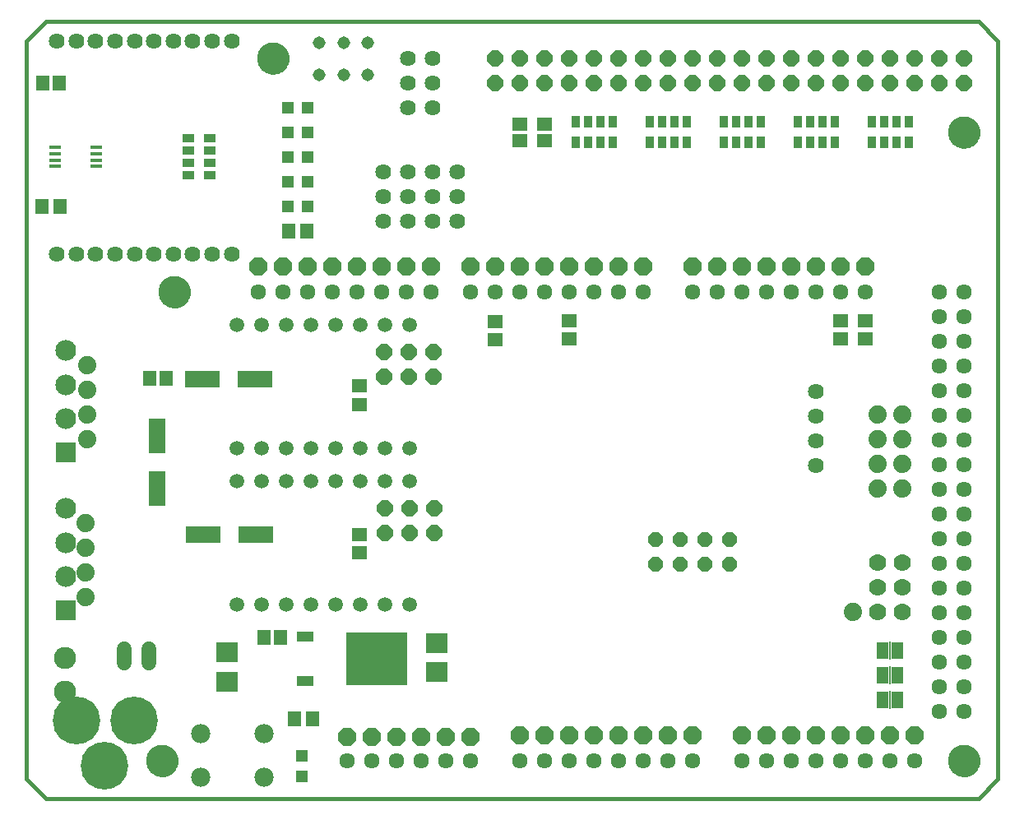
<source format=gts>
G75*
G70*
%OFA0B0*%
%FSLAX24Y24*%
%IPPOS*%
%LPD*%
%AMOC8*
5,1,8,0,0,1.08239X$1,22.5*
%
%ADD10C,0.0160*%
%ADD11C,0.0000*%
%ADD12C,0.1300*%
%ADD13C,0.0640*%
%ADD14C,0.0634*%
%ADD15R,0.0512X0.0512*%
%ADD16R,0.0670X0.1418*%
%ADD17OC8,0.0640*%
%ADD18R,0.0631X0.0552*%
%ADD19C,0.0740*%
%ADD20OC8,0.0600*%
%ADD21C,0.0594*%
%ADD22R,0.0552X0.0631*%
%ADD23R,0.1418X0.0670*%
%ADD24R,0.0906X0.0827*%
%ADD25C,0.1930*%
%ADD26C,0.0600*%
%ADD27R,0.0512X0.0158*%
%ADD28R,0.0500X0.0670*%
%ADD29R,0.0060X0.0720*%
%ADD30R,0.0840X0.0840*%
%ADD31C,0.0840*%
%ADD32C,0.0900*%
%ADD33C,0.0780*%
%ADD34R,0.2481X0.2166*%
%ADD35R,0.0670X0.0434*%
%ADD36R,0.0335X0.0473*%
%ADD37R,0.0473X0.0335*%
%ADD38C,0.0516*%
%ADD39OC8,0.0740*%
%ADD40C,0.0700*%
D10*
X001915Y001160D02*
X002702Y000373D01*
X040498Y000373D01*
X041285Y001160D01*
X041285Y031082D01*
X040498Y031869D01*
X002702Y031869D01*
X001915Y031082D01*
X001915Y001160D01*
D11*
X006785Y001904D02*
X006787Y001954D01*
X006793Y002004D01*
X006803Y002053D01*
X006817Y002101D01*
X006834Y002148D01*
X006855Y002193D01*
X006880Y002237D01*
X006908Y002278D01*
X006940Y002317D01*
X006974Y002354D01*
X007011Y002388D01*
X007051Y002418D01*
X007093Y002445D01*
X007137Y002469D01*
X007183Y002490D01*
X007230Y002506D01*
X007278Y002519D01*
X007328Y002528D01*
X007377Y002533D01*
X007428Y002534D01*
X007478Y002531D01*
X007527Y002524D01*
X007576Y002513D01*
X007624Y002498D01*
X007670Y002480D01*
X007715Y002458D01*
X007758Y002432D01*
X007799Y002403D01*
X007838Y002371D01*
X007874Y002336D01*
X007906Y002298D01*
X007936Y002258D01*
X007963Y002215D01*
X007986Y002171D01*
X008005Y002125D01*
X008021Y002077D01*
X008033Y002028D01*
X008041Y001979D01*
X008045Y001929D01*
X008045Y001879D01*
X008041Y001829D01*
X008033Y001780D01*
X008021Y001731D01*
X008005Y001683D01*
X007986Y001637D01*
X007963Y001593D01*
X007936Y001550D01*
X007906Y001510D01*
X007874Y001472D01*
X007838Y001437D01*
X007799Y001405D01*
X007758Y001376D01*
X007715Y001350D01*
X007670Y001328D01*
X007624Y001310D01*
X007576Y001295D01*
X007527Y001284D01*
X007478Y001277D01*
X007428Y001274D01*
X007377Y001275D01*
X007328Y001280D01*
X007278Y001289D01*
X007230Y001302D01*
X007183Y001318D01*
X007137Y001339D01*
X007093Y001363D01*
X007051Y001390D01*
X007011Y001420D01*
X006974Y001454D01*
X006940Y001491D01*
X006908Y001530D01*
X006880Y001571D01*
X006855Y001615D01*
X006834Y001660D01*
X006817Y001707D01*
X006803Y001755D01*
X006793Y001804D01*
X006787Y001854D01*
X006785Y001904D01*
X007285Y020904D02*
X007287Y020954D01*
X007293Y021004D01*
X007303Y021053D01*
X007317Y021101D01*
X007334Y021148D01*
X007355Y021193D01*
X007380Y021237D01*
X007408Y021278D01*
X007440Y021317D01*
X007474Y021354D01*
X007511Y021388D01*
X007551Y021418D01*
X007593Y021445D01*
X007637Y021469D01*
X007683Y021490D01*
X007730Y021506D01*
X007778Y021519D01*
X007828Y021528D01*
X007877Y021533D01*
X007928Y021534D01*
X007978Y021531D01*
X008027Y021524D01*
X008076Y021513D01*
X008124Y021498D01*
X008170Y021480D01*
X008215Y021458D01*
X008258Y021432D01*
X008299Y021403D01*
X008338Y021371D01*
X008374Y021336D01*
X008406Y021298D01*
X008436Y021258D01*
X008463Y021215D01*
X008486Y021171D01*
X008505Y021125D01*
X008521Y021077D01*
X008533Y021028D01*
X008541Y020979D01*
X008545Y020929D01*
X008545Y020879D01*
X008541Y020829D01*
X008533Y020780D01*
X008521Y020731D01*
X008505Y020683D01*
X008486Y020637D01*
X008463Y020593D01*
X008436Y020550D01*
X008406Y020510D01*
X008374Y020472D01*
X008338Y020437D01*
X008299Y020405D01*
X008258Y020376D01*
X008215Y020350D01*
X008170Y020328D01*
X008124Y020310D01*
X008076Y020295D01*
X008027Y020284D01*
X007978Y020277D01*
X007928Y020274D01*
X007877Y020275D01*
X007828Y020280D01*
X007778Y020289D01*
X007730Y020302D01*
X007683Y020318D01*
X007637Y020339D01*
X007593Y020363D01*
X007551Y020390D01*
X007511Y020420D01*
X007474Y020454D01*
X007440Y020491D01*
X007408Y020530D01*
X007380Y020571D01*
X007355Y020615D01*
X007334Y020660D01*
X007317Y020707D01*
X007303Y020755D01*
X007293Y020804D01*
X007287Y020854D01*
X007285Y020904D01*
X011285Y030373D02*
X011287Y030423D01*
X011293Y030473D01*
X011303Y030522D01*
X011317Y030570D01*
X011334Y030617D01*
X011355Y030662D01*
X011380Y030706D01*
X011408Y030747D01*
X011440Y030786D01*
X011474Y030823D01*
X011511Y030857D01*
X011551Y030887D01*
X011593Y030914D01*
X011637Y030938D01*
X011683Y030959D01*
X011730Y030975D01*
X011778Y030988D01*
X011828Y030997D01*
X011877Y031002D01*
X011928Y031003D01*
X011978Y031000D01*
X012027Y030993D01*
X012076Y030982D01*
X012124Y030967D01*
X012170Y030949D01*
X012215Y030927D01*
X012258Y030901D01*
X012299Y030872D01*
X012338Y030840D01*
X012374Y030805D01*
X012406Y030767D01*
X012436Y030727D01*
X012463Y030684D01*
X012486Y030640D01*
X012505Y030594D01*
X012521Y030546D01*
X012533Y030497D01*
X012541Y030448D01*
X012545Y030398D01*
X012545Y030348D01*
X012541Y030298D01*
X012533Y030249D01*
X012521Y030200D01*
X012505Y030152D01*
X012486Y030106D01*
X012463Y030062D01*
X012436Y030019D01*
X012406Y029979D01*
X012374Y029941D01*
X012338Y029906D01*
X012299Y029874D01*
X012258Y029845D01*
X012215Y029819D01*
X012170Y029797D01*
X012124Y029779D01*
X012076Y029764D01*
X012027Y029753D01*
X011978Y029746D01*
X011928Y029743D01*
X011877Y029744D01*
X011828Y029749D01*
X011778Y029758D01*
X011730Y029771D01*
X011683Y029787D01*
X011637Y029808D01*
X011593Y029832D01*
X011551Y029859D01*
X011511Y029889D01*
X011474Y029923D01*
X011440Y029960D01*
X011408Y029999D01*
X011380Y030040D01*
X011355Y030084D01*
X011334Y030129D01*
X011317Y030176D01*
X011303Y030224D01*
X011293Y030273D01*
X011287Y030323D01*
X011285Y030373D01*
X039285Y027373D02*
X039287Y027423D01*
X039293Y027473D01*
X039303Y027522D01*
X039317Y027570D01*
X039334Y027617D01*
X039355Y027662D01*
X039380Y027706D01*
X039408Y027747D01*
X039440Y027786D01*
X039474Y027823D01*
X039511Y027857D01*
X039551Y027887D01*
X039593Y027914D01*
X039637Y027938D01*
X039683Y027959D01*
X039730Y027975D01*
X039778Y027988D01*
X039828Y027997D01*
X039877Y028002D01*
X039928Y028003D01*
X039978Y028000D01*
X040027Y027993D01*
X040076Y027982D01*
X040124Y027967D01*
X040170Y027949D01*
X040215Y027927D01*
X040258Y027901D01*
X040299Y027872D01*
X040338Y027840D01*
X040374Y027805D01*
X040406Y027767D01*
X040436Y027727D01*
X040463Y027684D01*
X040486Y027640D01*
X040505Y027594D01*
X040521Y027546D01*
X040533Y027497D01*
X040541Y027448D01*
X040545Y027398D01*
X040545Y027348D01*
X040541Y027298D01*
X040533Y027249D01*
X040521Y027200D01*
X040505Y027152D01*
X040486Y027106D01*
X040463Y027062D01*
X040436Y027019D01*
X040406Y026979D01*
X040374Y026941D01*
X040338Y026906D01*
X040299Y026874D01*
X040258Y026845D01*
X040215Y026819D01*
X040170Y026797D01*
X040124Y026779D01*
X040076Y026764D01*
X040027Y026753D01*
X039978Y026746D01*
X039928Y026743D01*
X039877Y026744D01*
X039828Y026749D01*
X039778Y026758D01*
X039730Y026771D01*
X039683Y026787D01*
X039637Y026808D01*
X039593Y026832D01*
X039551Y026859D01*
X039511Y026889D01*
X039474Y026923D01*
X039440Y026960D01*
X039408Y026999D01*
X039380Y027040D01*
X039355Y027084D01*
X039334Y027129D01*
X039317Y027176D01*
X039303Y027224D01*
X039293Y027273D01*
X039287Y027323D01*
X039285Y027373D01*
X039285Y001904D02*
X039287Y001954D01*
X039293Y002004D01*
X039303Y002053D01*
X039317Y002101D01*
X039334Y002148D01*
X039355Y002193D01*
X039380Y002237D01*
X039408Y002278D01*
X039440Y002317D01*
X039474Y002354D01*
X039511Y002388D01*
X039551Y002418D01*
X039593Y002445D01*
X039637Y002469D01*
X039683Y002490D01*
X039730Y002506D01*
X039778Y002519D01*
X039828Y002528D01*
X039877Y002533D01*
X039928Y002534D01*
X039978Y002531D01*
X040027Y002524D01*
X040076Y002513D01*
X040124Y002498D01*
X040170Y002480D01*
X040215Y002458D01*
X040258Y002432D01*
X040299Y002403D01*
X040338Y002371D01*
X040374Y002336D01*
X040406Y002298D01*
X040436Y002258D01*
X040463Y002215D01*
X040486Y002171D01*
X040505Y002125D01*
X040521Y002077D01*
X040533Y002028D01*
X040541Y001979D01*
X040545Y001929D01*
X040545Y001879D01*
X040541Y001829D01*
X040533Y001780D01*
X040521Y001731D01*
X040505Y001683D01*
X040486Y001637D01*
X040463Y001593D01*
X040436Y001550D01*
X040406Y001510D01*
X040374Y001472D01*
X040338Y001437D01*
X040299Y001405D01*
X040258Y001376D01*
X040215Y001350D01*
X040170Y001328D01*
X040124Y001310D01*
X040076Y001295D01*
X040027Y001284D01*
X039978Y001277D01*
X039928Y001274D01*
X039877Y001275D01*
X039828Y001280D01*
X039778Y001289D01*
X039730Y001302D01*
X039683Y001318D01*
X039637Y001339D01*
X039593Y001363D01*
X039551Y001390D01*
X039511Y001420D01*
X039474Y001454D01*
X039440Y001491D01*
X039408Y001530D01*
X039380Y001571D01*
X039355Y001615D01*
X039334Y001660D01*
X039317Y001707D01*
X039303Y001755D01*
X039293Y001804D01*
X039287Y001854D01*
X039285Y001904D01*
D12*
X039915Y001904D03*
X007915Y020904D03*
X011915Y030373D03*
X039915Y027373D03*
X007415Y001904D03*
D13*
X007084Y022420D03*
X006297Y022420D03*
X005509Y022420D03*
X004722Y022420D03*
X003935Y022420D03*
X003147Y022420D03*
X007872Y022420D03*
X008659Y022420D03*
X009446Y022420D03*
X010234Y022420D03*
X016365Y023773D03*
X016365Y024773D03*
X016365Y025773D03*
X017365Y025773D03*
X018365Y025773D03*
X019365Y025773D03*
X019365Y024773D03*
X018365Y024773D03*
X017365Y024773D03*
X017365Y023773D03*
X018365Y023773D03*
X019365Y023773D03*
X018381Y028370D03*
X017381Y028370D03*
X017381Y029370D03*
X018381Y029370D03*
X018381Y030370D03*
X017381Y030370D03*
X010234Y031082D03*
X009446Y031082D03*
X008659Y031082D03*
X007872Y031082D03*
X007084Y031082D03*
X006297Y031082D03*
X005509Y031082D03*
X004722Y031082D03*
X003935Y031082D03*
X003147Y031082D03*
X033915Y016873D03*
X033915Y015873D03*
X033915Y014873D03*
X033915Y013873D03*
D14*
X038915Y013904D03*
X039915Y013904D03*
X039915Y012904D03*
X038915Y012904D03*
X038915Y011904D03*
X039915Y011904D03*
X039915Y010904D03*
X038915Y010904D03*
X038915Y009904D03*
X039915Y009904D03*
X039915Y008904D03*
X038915Y008904D03*
X038915Y007904D03*
X039915Y007904D03*
X039915Y006904D03*
X038915Y006904D03*
X038915Y005904D03*
X039915Y005904D03*
X039915Y004904D03*
X038915Y004904D03*
X038915Y003904D03*
X039915Y003904D03*
X037915Y001904D03*
X036915Y001904D03*
X035915Y001904D03*
X034915Y001904D03*
X033915Y001904D03*
X032915Y001904D03*
X031915Y001904D03*
X030915Y001904D03*
X028915Y001904D03*
X027915Y001904D03*
X026915Y001904D03*
X025915Y001904D03*
X024915Y001904D03*
X023915Y001904D03*
X022915Y001904D03*
X021915Y001904D03*
X019915Y001904D03*
X018915Y001904D03*
X017915Y001904D03*
X016915Y001904D03*
X015915Y001904D03*
X014915Y001904D03*
X038915Y014904D03*
X039915Y014904D03*
X039915Y015904D03*
X038915Y015904D03*
X038915Y016904D03*
X039915Y016904D03*
X039915Y017904D03*
X038915Y017904D03*
X038915Y018904D03*
X039915Y018904D03*
X039915Y019904D03*
X038915Y019904D03*
X038915Y020904D03*
X039915Y020904D03*
X035915Y020904D03*
X034915Y020904D03*
X033915Y020904D03*
X032915Y020904D03*
X031915Y020904D03*
X030915Y020904D03*
X029915Y020904D03*
X028915Y020904D03*
X026915Y020904D03*
X025915Y020904D03*
X024915Y020904D03*
X023915Y020904D03*
X022915Y020904D03*
X021915Y020904D03*
X020915Y020904D03*
X019915Y020904D03*
X018315Y020904D03*
X017315Y020904D03*
X016315Y020904D03*
X015315Y020904D03*
X014315Y020904D03*
X013315Y020904D03*
X012315Y020904D03*
X011315Y020904D03*
D15*
X012502Y024373D03*
X013328Y024373D03*
X013328Y025373D03*
X012502Y025373D03*
X012502Y026373D03*
X013328Y026373D03*
X013328Y027373D03*
X012502Y027373D03*
X012502Y028373D03*
X013328Y028373D03*
X013074Y002107D03*
X013074Y001280D03*
D16*
X007206Y012948D03*
X007206Y015074D03*
D17*
X016411Y017463D03*
X017411Y017463D03*
X018411Y017463D03*
X018411Y018463D03*
X017411Y018463D03*
X016411Y018463D03*
X016431Y012145D03*
X017431Y012145D03*
X018431Y012145D03*
X018431Y011145D03*
X017431Y011145D03*
X016431Y011145D03*
X020915Y029373D03*
X020915Y030373D03*
X021915Y030373D03*
X022915Y030373D03*
X023915Y030373D03*
X024915Y030373D03*
X025915Y030373D03*
X026915Y030373D03*
X027915Y030373D03*
X028915Y030373D03*
X029915Y030373D03*
X030915Y030373D03*
X031915Y030373D03*
X032915Y030373D03*
X033915Y030373D03*
X034915Y030373D03*
X035915Y030373D03*
X036915Y030373D03*
X037915Y030373D03*
X038915Y030373D03*
X039915Y030373D03*
X039915Y029373D03*
X038915Y029373D03*
X037915Y029373D03*
X036915Y029373D03*
X035915Y029373D03*
X034915Y029373D03*
X033915Y029373D03*
X032915Y029373D03*
X031915Y029373D03*
X030915Y029373D03*
X029915Y029373D03*
X028915Y029373D03*
X027915Y029373D03*
X026915Y029373D03*
X025915Y029373D03*
X024915Y029373D03*
X023915Y029373D03*
X022915Y029373D03*
X021915Y029373D03*
D18*
X021915Y027708D03*
X021915Y027038D03*
X022915Y027038D03*
X022915Y027708D03*
X023915Y019747D03*
X023915Y018999D03*
X020907Y018967D03*
X020907Y019715D03*
X015415Y017097D03*
X015415Y016349D03*
X015428Y011074D03*
X015428Y010326D03*
X034915Y018999D03*
X034915Y019747D03*
X035915Y019747D03*
X035915Y018999D03*
D19*
X036415Y015923D03*
X037415Y015923D03*
X037415Y014923D03*
X036415Y014923D03*
X036415Y013923D03*
X037415Y013923D03*
X037415Y012923D03*
X036415Y012923D03*
X035415Y007923D03*
X004315Y008542D03*
X004315Y009542D03*
X004315Y010542D03*
X004315Y011542D03*
X004365Y014939D03*
X004365Y015939D03*
X004365Y016939D03*
X004365Y017939D03*
D20*
X027415Y010873D03*
X028415Y010873D03*
X029415Y010873D03*
X030415Y010873D03*
X030415Y009873D03*
X029415Y009873D03*
X028415Y009873D03*
X027415Y009873D03*
D21*
X017462Y008251D03*
X016462Y008251D03*
X015462Y008251D03*
X014462Y008251D03*
X013462Y008251D03*
X012462Y008251D03*
X011462Y008251D03*
X010462Y008251D03*
X010462Y013251D03*
X011462Y013251D03*
X012462Y013251D03*
X013462Y013251D03*
X014462Y013251D03*
X015462Y013251D03*
X016462Y013251D03*
X017462Y013251D03*
X017443Y014570D03*
X016443Y014570D03*
X015443Y014570D03*
X014443Y014570D03*
X013443Y014570D03*
X012443Y014570D03*
X011443Y014570D03*
X010443Y014570D03*
X010443Y019570D03*
X011443Y019570D03*
X012443Y019570D03*
X013443Y019570D03*
X014443Y019570D03*
X015443Y019570D03*
X016443Y019570D03*
X017443Y019570D03*
D22*
X013289Y023373D03*
X012541Y023373D03*
X007594Y017417D03*
X006925Y017417D03*
X003289Y024373D03*
X002541Y024373D03*
X002580Y029373D03*
X003250Y029373D03*
X011544Y006916D03*
X012214Y006916D03*
X012774Y003604D03*
X013522Y003604D03*
D23*
X011200Y011054D03*
X009074Y011054D03*
X009052Y017370D03*
X011178Y017370D03*
D24*
X018540Y006676D03*
X018540Y005495D03*
X010052Y005109D03*
X010052Y006290D03*
D25*
X006269Y003550D03*
X005088Y001700D03*
X003946Y003550D03*
D26*
X005886Y005883D02*
X005886Y006443D01*
X006886Y006443D02*
X006886Y005883D01*
D27*
X004746Y025989D03*
X004746Y026245D03*
X004746Y026501D03*
X004746Y026757D03*
X003083Y026757D03*
X003083Y026501D03*
X003083Y026245D03*
X003083Y025989D03*
D28*
X036615Y006373D03*
X037215Y006373D03*
X037215Y005373D03*
X036615Y005373D03*
X036615Y004373D03*
X037215Y004373D03*
D29*
X036915Y004373D03*
X036915Y005373D03*
X036915Y006373D03*
D30*
X003515Y007995D03*
X003515Y014389D03*
D31*
X003515Y015767D03*
X003515Y017145D03*
X003515Y018523D03*
X003515Y012129D03*
X003515Y010751D03*
X003515Y009373D03*
D32*
X003484Y006081D03*
X003484Y004703D03*
D33*
X008985Y003013D03*
X008985Y001233D03*
X011545Y001233D03*
X011545Y003013D03*
D34*
X016099Y006023D03*
D35*
X013225Y006921D03*
X013225Y005125D03*
D36*
X024165Y026952D03*
X024665Y026952D03*
X025165Y026952D03*
X025665Y026952D03*
X025665Y027794D03*
X025165Y027794D03*
X024665Y027794D03*
X024165Y027794D03*
X027165Y027794D03*
X027665Y027794D03*
X028165Y027794D03*
X028665Y027794D03*
X028665Y026952D03*
X028165Y026952D03*
X027665Y026952D03*
X027165Y026952D03*
X030165Y026952D03*
X030665Y026952D03*
X031165Y026952D03*
X031665Y026952D03*
X031665Y027794D03*
X031165Y027794D03*
X030665Y027794D03*
X030165Y027794D03*
X033165Y027794D03*
X033665Y027794D03*
X034165Y027794D03*
X034665Y027794D03*
X034665Y026952D03*
X034165Y026952D03*
X033665Y026952D03*
X033165Y026952D03*
X036165Y026952D03*
X036665Y026952D03*
X037165Y026952D03*
X037665Y026952D03*
X037665Y027794D03*
X037165Y027794D03*
X036665Y027794D03*
X036165Y027794D03*
D37*
X009336Y027123D03*
X009336Y026623D03*
X009336Y026123D03*
X009336Y025623D03*
X008494Y025623D03*
X008494Y026123D03*
X008494Y026623D03*
X008494Y027123D03*
D38*
X013781Y029693D03*
X014765Y029693D03*
X015749Y029693D03*
X015749Y030992D03*
X014765Y030992D03*
X013781Y030992D03*
D39*
X013315Y021923D03*
X012315Y021923D03*
X011315Y021923D03*
X014315Y021923D03*
X015315Y021923D03*
X016315Y021923D03*
X017315Y021923D03*
X018315Y021923D03*
X019915Y021923D03*
X020915Y021923D03*
X021915Y021923D03*
X022915Y021923D03*
X023915Y021923D03*
X024915Y021923D03*
X025915Y021923D03*
X026915Y021923D03*
X028915Y021923D03*
X029915Y021923D03*
X030915Y021923D03*
X031915Y021923D03*
X032915Y021923D03*
X033915Y021923D03*
X034915Y021923D03*
X035915Y021923D03*
X035915Y002923D03*
X036915Y002923D03*
X037915Y002923D03*
X034915Y002923D03*
X033915Y002923D03*
X032915Y002923D03*
X031915Y002923D03*
X030915Y002923D03*
X028915Y002923D03*
X027915Y002923D03*
X026915Y002923D03*
X025915Y002923D03*
X024915Y002923D03*
X023915Y002923D03*
X022915Y002923D03*
X021915Y002923D03*
X019915Y002873D03*
X018915Y002873D03*
X017915Y002873D03*
X016915Y002873D03*
X015915Y002873D03*
X014915Y002873D03*
D40*
X036415Y007923D03*
X037415Y007923D03*
X037415Y008923D03*
X036415Y008923D03*
X036415Y009923D03*
X037415Y009923D03*
M02*

</source>
